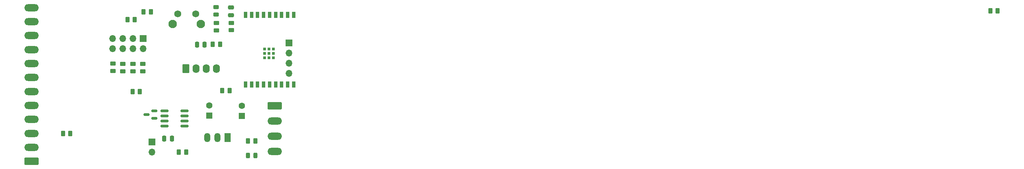
<source format=gbr>
%TF.GenerationSoftware,KiCad,Pcbnew,6.0.2+dfsg-1*%
%TF.CreationDate,2022-06-15T14:05:09+02:00*%
%TF.ProjectId,accra_A,61636372-615f-4412-9e6b-696361645f70,rev?*%
%TF.SameCoordinates,Original*%
%TF.FileFunction,Soldermask,Top*%
%TF.FilePolarity,Negative*%
%FSLAX46Y46*%
G04 Gerber Fmt 4.6, Leading zero omitted, Abs format (unit mm)*
G04 Created by KiCad (PCBNEW 6.0.2+dfsg-1) date 2022-06-15 14:05:09*
%MOMM*%
%LPD*%
G01*
G04 APERTURE LIST*
G04 Aperture macros list*
%AMRoundRect*
0 Rectangle with rounded corners*
0 $1 Rounding radius*
0 $2 $3 $4 $5 $6 $7 $8 $9 X,Y pos of 4 corners*
0 Add a 4 corners polygon primitive as box body*
4,1,4,$2,$3,$4,$5,$6,$7,$8,$9,$2,$3,0*
0 Add four circle primitives for the rounded corners*
1,1,$1+$1,$2,$3*
1,1,$1+$1,$4,$5*
1,1,$1+$1,$6,$7*
1,1,$1+$1,$8,$9*
0 Add four rect primitives between the rounded corners*
20,1,$1+$1,$2,$3,$4,$5,0*
20,1,$1+$1,$4,$5,$6,$7,0*
20,1,$1+$1,$6,$7,$8,$9,0*
20,1,$1+$1,$8,$9,$2,$3,0*%
G04 Aperture macros list end*
%ADD10R,0.900000X1.500000*%
%ADD11R,0.700000X0.700000*%
%ADD12RoundRect,0.250000X1.550000X-0.650000X1.550000X0.650000X-1.550000X0.650000X-1.550000X-0.650000X0*%
%ADD13O,3.600000X1.800000*%
%ADD14RoundRect,0.250000X-0.620000X-0.845000X0.620000X-0.845000X0.620000X0.845000X-0.620000X0.845000X0*%
%ADD15O,1.740000X2.190000*%
%ADD16R,1.700000X1.700000*%
%ADD17O,1.700000X1.700000*%
%ADD18RoundRect,0.250000X-0.450000X0.262500X-0.450000X-0.262500X0.450000X-0.262500X0.450000X0.262500X0*%
%ADD19RoundRect,0.250000X0.262500X0.450000X-0.262500X0.450000X-0.262500X-0.450000X0.262500X-0.450000X0*%
%ADD20RoundRect,0.250000X-0.262500X-0.450000X0.262500X-0.450000X0.262500X0.450000X-0.262500X0.450000X0*%
%ADD21RoundRect,0.243750X0.456250X-0.243750X0.456250X0.243750X-0.456250X0.243750X-0.456250X-0.243750X0*%
%ADD22RoundRect,0.243750X-0.243750X-0.456250X0.243750X-0.456250X0.243750X0.456250X-0.243750X0.456250X0*%
%ADD23RoundRect,0.250000X0.450000X-0.262500X0.450000X0.262500X-0.450000X0.262500X-0.450000X-0.262500X0*%
%ADD24RoundRect,0.250000X-1.550000X0.650000X-1.550000X-0.650000X1.550000X-0.650000X1.550000X0.650000X0*%
%ADD25RoundRect,0.250000X0.475000X-0.250000X0.475000X0.250000X-0.475000X0.250000X-0.475000X-0.250000X0*%
%ADD26RoundRect,0.250000X-0.250000X-0.475000X0.250000X-0.475000X0.250000X0.475000X-0.250000X0.475000X0*%
%ADD27RoundRect,0.250000X0.250000X0.475000X-0.250000X0.475000X-0.250000X-0.475000X0.250000X-0.475000X0*%
%ADD28R,1.500000X2.300000*%
%ADD29O,1.500000X2.300000*%
%ADD30RoundRect,0.150000X0.587500X0.150000X-0.587500X0.150000X-0.587500X-0.150000X0.587500X-0.150000X0*%
%ADD31C,2.100000*%
%ADD32C,1.750000*%
%ADD33RoundRect,0.150000X-0.825000X-0.150000X0.825000X-0.150000X0.825000X0.150000X-0.825000X0.150000X0*%
%ADD34R,1.600000X1.600000*%
%ADD35C,1.600000*%
G04 APERTURE END LIST*
D10*
%TO.C,IC1*%
X183400000Y-87500000D03*
X181900000Y-87500000D03*
X180400000Y-87500000D03*
X178900000Y-87500000D03*
X177400000Y-87500000D03*
X175900000Y-87500000D03*
X174400000Y-87500000D03*
X172900000Y-87500000D03*
X171400000Y-87500000D03*
X171400000Y-105000000D03*
X172900000Y-105000000D03*
X174400000Y-105000000D03*
X175900000Y-105000000D03*
X177400000Y-105000000D03*
X178900000Y-105000000D03*
X180400000Y-105000000D03*
X181900000Y-105000000D03*
X183400000Y-105000000D03*
D11*
X177200000Y-97210000D03*
X177200000Y-98310000D03*
X178300000Y-98310000D03*
X178300000Y-97210000D03*
X178300000Y-96110000D03*
X177200000Y-96110000D03*
X176100000Y-96110000D03*
X176100000Y-97210000D03*
X176100000Y-98310000D03*
%TD*%
D12*
%TO.C,J4*%
X117985000Y-124232500D03*
D13*
X117985000Y-120732500D03*
X117985000Y-117232500D03*
X117985000Y-113732500D03*
X117985000Y-110232500D03*
X117985000Y-106732500D03*
X117985000Y-103232500D03*
X117985000Y-99732500D03*
X117985000Y-96232500D03*
X117985000Y-92732500D03*
X117985000Y-89232500D03*
X117985000Y-85732500D03*
%TD*%
D14*
%TO.C,J5*%
X156500000Y-101000000D03*
D15*
X159040000Y-101000000D03*
X161580000Y-101000000D03*
X164120000Y-101000000D03*
%TD*%
D16*
%TO.C,J3*%
X145825000Y-93475000D03*
D17*
X145825000Y-96015000D03*
X143285000Y-93475000D03*
X143285000Y-96015000D03*
X140745000Y-93475000D03*
X140745000Y-96015000D03*
X138205000Y-93475000D03*
X138205000Y-96015000D03*
%TD*%
D18*
%TO.C,R14*%
X138250000Y-99750000D03*
X138250000Y-101575000D03*
%TD*%
%TO.C,R13*%
X140750000Y-99837500D03*
X140750000Y-101662500D03*
%TD*%
%TO.C,R12*%
X143250000Y-99837500D03*
X143250000Y-101662500D03*
%TD*%
%TO.C,R11*%
X145750000Y-99837500D03*
X145750000Y-101662500D03*
%TD*%
D19*
%TO.C,R10*%
X127662500Y-117250000D03*
X125837500Y-117250000D03*
%TD*%
%TO.C,R9*%
X145000000Y-106750000D03*
X143175000Y-106750000D03*
%TD*%
%TO.C,R8*%
X143750000Y-88750000D03*
X141925000Y-88750000D03*
%TD*%
D20*
%TO.C,R7*%
X145925000Y-86750000D03*
X147750000Y-86750000D03*
%TD*%
%TO.C,R6*%
X357292500Y-86475000D03*
X359117500Y-86475000D03*
%TD*%
D19*
%TO.C,R5*%
X167412500Y-106500000D03*
X165587500Y-106500000D03*
%TD*%
D16*
%TO.C,J2*%
X182200000Y-94600000D03*
D17*
X182200000Y-97140000D03*
X182200000Y-99680000D03*
X182200000Y-102220000D03*
%TD*%
D21*
%TO.C,D3*%
X164000000Y-87437500D03*
X164000000Y-85562500D03*
%TD*%
D22*
%TO.C,D2*%
X172012500Y-122750000D03*
X173887500Y-122750000D03*
%TD*%
D23*
%TO.C,R4*%
X167800000Y-91362500D03*
X167800000Y-89537500D03*
%TD*%
D24*
%TO.C,J1*%
X178657500Y-110302500D03*
D13*
X178657500Y-114112500D03*
X178657500Y-117922500D03*
X178657500Y-121732500D03*
%TD*%
D25*
%TO.C,C5*%
X167750000Y-87600000D03*
X167750000Y-85700000D03*
%TD*%
D16*
%TO.C,JP1*%
X148000000Y-119325000D03*
D17*
X148000000Y-121865000D03*
%TD*%
D23*
%TO.C,R3*%
X164100000Y-89587500D03*
X164100000Y-91412500D03*
%TD*%
D19*
%TO.C,R2*%
X165012500Y-94900000D03*
X163187500Y-94900000D03*
%TD*%
D20*
%TO.C,R1*%
X171987500Y-119100000D03*
X173812500Y-119100000D03*
%TD*%
D26*
%TO.C,C4*%
X151100000Y-118550000D03*
X153000000Y-118550000D03*
%TD*%
D27*
%TO.C,C3*%
X161150000Y-95000000D03*
X159250000Y-95000000D03*
%TD*%
D28*
%TO.C,U1*%
X166947000Y-118292500D03*
D29*
X164407000Y-118292500D03*
X161867000Y-118292500D03*
%TD*%
D30*
%TO.C,D1*%
X148587500Y-113450000D03*
X148587500Y-111550000D03*
X146712500Y-112500000D03*
%TD*%
D31*
%TO.C,SW1*%
X153225000Y-89802500D03*
X160235000Y-89802500D03*
D32*
X154475000Y-87312500D03*
X158975000Y-87312500D03*
%TD*%
D33*
%TO.C,U2*%
X151175000Y-111595000D03*
X151175000Y-112865000D03*
X151175000Y-114135000D03*
X151175000Y-115405000D03*
X156125000Y-115405000D03*
X156125000Y-114135000D03*
X156125000Y-112865000D03*
X156125000Y-111595000D03*
%TD*%
D34*
%TO.C,C2*%
X162300000Y-112732380D03*
D35*
X162300000Y-110232380D03*
%TD*%
D20*
%TO.C,R17*%
X154737500Y-121900000D03*
X156562500Y-121900000D03*
%TD*%
D34*
%TO.C,C1*%
X170500000Y-112832380D03*
D35*
X170500000Y-110332380D03*
%TD*%
M02*

</source>
